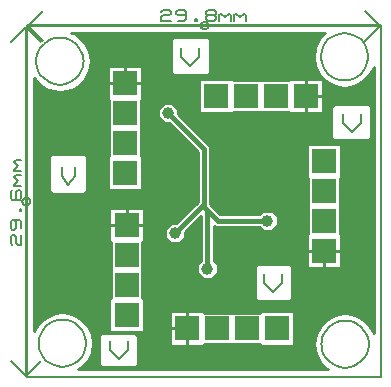
<source format=gbr>
G04 PROTEUS GERBER X2 FILE*
%TF.GenerationSoftware,Labcenter,Proteus,8.12-SP2-Build31155*%
%TF.CreationDate,2022-11-22T16:10:00+00:00*%
%TF.FileFunction,Copper,L1,Top*%
%TF.FilePolarity,Positive*%
%TF.Part,Single*%
%TF.SameCoordinates,{c16a8dad-42be-4f3a-a876-1634d5cf0ecb}*%
%FSLAX45Y45*%
%MOMM*%
G01*
%TA.AperFunction,Conductor*%
%ADD10C,0.400000*%
%TA.AperFunction,ViaPad*%
%ADD11C,1.000000*%
%TA.AperFunction,Conductor*%
%ADD12C,0.254000*%
%TA.AperFunction,ComponentPad*%
%ADD13R,2.032000X2.032000*%
%TA.AperFunction,Profile*%
%ADD14C,0.203200*%
%TA.AperFunction,NonMaterial*%
%ADD15C,0.203200*%
%TA.AperFunction,NonConductor*%
%ADD16C,0.203200*%
%TD.AperFunction*%
G36*
X-1653838Y+2034908D02*
X-1698980Y+1985422D01*
X-1732857Y+1918325D01*
X-1746346Y+1835660D01*
X-1732857Y+1752995D01*
X-1698980Y+1685898D01*
X-1653838Y+1636412D01*
X-1601011Y+1601629D01*
X-1543584Y+1581040D01*
X-1484580Y+1574305D01*
X-1425576Y+1581040D01*
X-1368149Y+1601629D01*
X-1315322Y+1636412D01*
X-1270180Y+1685898D01*
X-1238360Y+1748921D01*
X-1238360Y-501916D01*
X-1265260Y-448638D01*
X-1310402Y-399152D01*
X-1363229Y-364369D01*
X-1420656Y-343780D01*
X-1479660Y-337045D01*
X-1538664Y-343780D01*
X-1596091Y-364369D01*
X-1648918Y-399152D01*
X-1694060Y-448638D01*
X-1727937Y-515735D01*
X-1741426Y-598400D01*
X-1727937Y-681065D01*
X-1694060Y-748162D01*
X-1648918Y-797648D01*
X-1628214Y-811280D01*
X-3736999Y-811280D01*
X-3704722Y-790028D01*
X-3659580Y-740542D01*
X-3625703Y-673445D01*
X-3612214Y-590780D01*
X-3625703Y-508115D01*
X-3659580Y-441018D01*
X-3704722Y-391532D01*
X-3757549Y-356749D01*
X-3814976Y-336160D01*
X-3873980Y-329425D01*
X-3932984Y-336160D01*
X-3990411Y-356749D01*
X-4043238Y-391532D01*
X-4088380Y-441018D01*
X-4112260Y-488315D01*
X-4112260Y+1656443D01*
X-4108380Y+1648758D01*
X-4063238Y+1599272D01*
X-4010411Y+1564489D01*
X-3952984Y+1543900D01*
X-3893980Y+1537165D01*
X-3834976Y+1543900D01*
X-3777549Y+1564489D01*
X-3724722Y+1599272D01*
X-3679580Y+1648758D01*
X-3645703Y+1715855D01*
X-3632214Y+1798520D01*
X-3645703Y+1881185D01*
X-3679580Y+1948282D01*
X-3724722Y+1997768D01*
X-3777549Y+2032551D01*
X-3796485Y+2039340D01*
X-1647107Y+2039340D01*
X-1653838Y+2034908D01*
G37*
%LPC*%
G36*
X-3668801Y+993676D02*
X-3668801Y+696324D01*
X-3688145Y+676980D01*
X-3963676Y+676980D01*
X-3983020Y+696324D01*
X-3983020Y+993676D01*
X-3963676Y+1013020D01*
X-3688145Y+1013020D01*
X-3668801Y+993676D01*
G37*
G36*
X-3236980Y-526324D02*
X-3236980Y-773676D01*
X-3256324Y-793020D01*
X-3543676Y-793020D01*
X-3563020Y-773676D01*
X-3563020Y-526324D01*
X-3543676Y-506980D01*
X-3256324Y-506980D01*
X-3236980Y-526324D01*
G37*
G36*
X-1926980Y+63676D02*
X-1926980Y-213676D01*
X-1946324Y-233020D01*
X-2223676Y-233020D01*
X-2243020Y-213676D01*
X-2243020Y+63676D01*
X-2223676Y+83020D01*
X-1946324Y+83020D01*
X-1926980Y+63676D01*
G37*
G36*
X-1260000Y+1413676D02*
X-1260000Y+1146324D01*
X-1279344Y+1126980D01*
X-1576696Y+1126980D01*
X-1596040Y+1146324D01*
X-1596040Y+1413676D01*
X-1576696Y+1433020D01*
X-1279344Y+1433020D01*
X-1260000Y+1413676D01*
G37*
G36*
X-2626980Y+1983676D02*
X-2626980Y+1696324D01*
X-2646324Y+1676980D01*
X-2933676Y+1676980D01*
X-2953020Y+1696324D01*
X-2953020Y+1983676D01*
X-2933676Y+2003020D01*
X-2646324Y+2003020D01*
X-2626980Y+1983676D01*
G37*
G36*
X-3195681Y+1466721D02*
X-3205841Y+1466721D01*
X-3205841Y+994279D01*
X-3195681Y+994279D01*
X-3195681Y+704721D01*
X-3485239Y+704721D01*
X-3485239Y+994279D01*
X-3475079Y+994279D01*
X-3475079Y+1466721D01*
X-3485239Y+1466721D01*
X-3485239Y+1756279D01*
X-3195681Y+1756279D01*
X-3195681Y+1466721D01*
G37*
G36*
X-1663221Y+1355221D02*
X-1952779Y+1355221D01*
X-1952779Y+1365381D01*
X-2425221Y+1365381D01*
X-2425221Y+1355221D01*
X-2714779Y+1355221D01*
X-2714779Y+1644779D01*
X-2425221Y+1644779D01*
X-2425221Y+1634619D01*
X-1952779Y+1634619D01*
X-1952779Y+1644779D01*
X-1663221Y+1644779D01*
X-1663221Y+1355221D01*
G37*
G36*
X-1515221Y+809221D02*
X-1525381Y+809221D01*
X-1525381Y+336779D01*
X-1515221Y+336779D01*
X-1515221Y+47221D01*
X-1804779Y+47221D01*
X-1804779Y+336779D01*
X-1794619Y+336779D01*
X-1794619Y+809221D01*
X-1804779Y+809221D01*
X-1804779Y+1098779D01*
X-1515221Y+1098779D01*
X-1515221Y+809221D01*
G37*
G36*
X-1908000Y-609398D02*
X-2197558Y-609398D01*
X-2197558Y-599238D01*
X-2670000Y-599238D01*
X-2670000Y-609398D01*
X-2959558Y-609398D01*
X-2959558Y-319840D01*
X-2670000Y-319840D01*
X-2670000Y-330000D01*
X-2197558Y-330000D01*
X-2197558Y-319840D01*
X-1908000Y-319840D01*
X-1908000Y-609398D01*
G37*
G36*
X-3185221Y+267221D02*
X-3195381Y+267221D01*
X-3195381Y-205221D01*
X-3185221Y-205221D01*
X-3185221Y-494779D01*
X-3474779Y-494779D01*
X-3474779Y-205221D01*
X-3464619Y-205221D01*
X-3464619Y+267221D01*
X-3474779Y+267221D01*
X-3474779Y+556779D01*
X-3185221Y+556779D01*
X-3185221Y+267221D01*
G37*
G36*
X-2894441Y+1395440D02*
X-2894441Y+1349421D01*
X-2621770Y+1076750D01*
X-2621770Y+586442D01*
X-2536540Y+501212D01*
X-2204679Y+501212D01*
X-2172139Y+533752D01*
X-2101259Y+533752D01*
X-2051140Y+483633D01*
X-2051140Y+412753D01*
X-2101259Y+362634D01*
X-2172139Y+362634D01*
X-2204679Y+395174D01*
X-2580462Y+395174D01*
X-2591680Y+406392D01*
X-2591680Y+109161D01*
X-2559140Y+76621D01*
X-2559140Y+5741D01*
X-2609259Y-44378D01*
X-2680139Y-44378D01*
X-2730258Y+5741D01*
X-2730258Y+76621D01*
X-2697718Y+109161D01*
X-2697718Y+487302D01*
X-2834441Y+350579D01*
X-2834441Y+304560D01*
X-2884560Y+254441D01*
X-2955440Y+254441D01*
X-3005559Y+304560D01*
X-3005559Y+375440D01*
X-2955440Y+425559D01*
X-2909421Y+425559D01*
X-2727808Y+607172D01*
X-2727808Y+1032828D01*
X-2969421Y+1274441D01*
X-3015440Y+1274441D01*
X-3065559Y+1324560D01*
X-3065559Y+1395440D01*
X-3015440Y+1445559D01*
X-2944560Y+1445559D01*
X-2894441Y+1395440D01*
G37*
G36*
X-3795206Y+1385300D02*
X-3795206Y+1420674D01*
X-3770193Y+1445687D01*
X-3734819Y+1445687D01*
X-3709806Y+1420674D01*
X-3709806Y+1385300D01*
X-3734819Y+1360287D01*
X-3770193Y+1360287D01*
X-3795206Y+1385300D01*
G37*
%LPD*%
D10*
X-2980000Y+1360000D02*
X-2674789Y+1054789D01*
X-2674789Y+630000D02*
X-2674789Y+585211D01*
X-2674789Y+1054789D02*
X-2674789Y+630000D01*
X-2674789Y+585211D02*
X-2920000Y+340000D01*
X-2644699Y+41181D02*
X-2644699Y+534391D01*
X-2136699Y+448193D02*
X-2558501Y+448193D01*
X-2644699Y+534391D01*
X-2674789Y+564481D01*
X-2674789Y+585211D01*
X-3752506Y+1402987D02*
X-3752506Y+1257494D01*
X-3760000Y+1250000D01*
D11*
X-2980000Y+1360000D03*
X-2920000Y+340000D03*
X-2644699Y+41181D03*
X-2136699Y+448193D03*
X-3752506Y+1402987D03*
D12*
X-1653838Y+2034908D02*
X-1698980Y+1985422D01*
X-1732857Y+1918325D01*
X-1746346Y+1835660D01*
X-1732857Y+1752995D01*
X-1698980Y+1685898D01*
X-1653838Y+1636412D01*
X-1601011Y+1601629D01*
X-1543584Y+1581040D01*
X-1484580Y+1574305D01*
X-1425576Y+1581040D01*
X-1368149Y+1601629D01*
X-1315322Y+1636412D01*
X-1270180Y+1685898D01*
X-1238360Y+1748921D01*
X-1238360Y-501916D01*
X-1265260Y-448638D01*
X-1310402Y-399152D01*
X-1363229Y-364369D01*
X-1420656Y-343780D01*
X-1479660Y-337045D01*
X-1538664Y-343780D01*
X-1596091Y-364369D01*
X-1648918Y-399152D01*
X-1694060Y-448638D01*
X-1727937Y-515735D01*
X-1741426Y-598400D01*
X-1727937Y-681065D01*
X-1694060Y-748162D01*
X-1648918Y-797648D01*
X-1628214Y-811280D01*
X-3736999Y-811280D01*
X-3704722Y-790028D01*
X-3659580Y-740542D01*
X-3625703Y-673445D01*
X-3612214Y-590780D01*
X-3625703Y-508115D01*
X-3659580Y-441018D01*
X-3704722Y-391532D01*
X-3757549Y-356749D01*
X-3814976Y-336160D01*
X-3873980Y-329425D01*
X-3932984Y-336160D01*
X-3990411Y-356749D01*
X-4043238Y-391532D01*
X-4088380Y-441018D01*
X-4112260Y-488315D01*
X-4112260Y+1656443D01*
X-4108380Y+1648758D01*
X-4063238Y+1599272D01*
X-4010411Y+1564489D01*
X-3952984Y+1543900D01*
X-3893980Y+1537165D01*
X-3834976Y+1543900D01*
X-3777549Y+1564489D01*
X-3724722Y+1599272D01*
X-3679580Y+1648758D01*
X-3645703Y+1715855D01*
X-3632214Y+1798520D01*
X-3645703Y+1881185D01*
X-3679580Y+1948282D01*
X-3724722Y+1997768D01*
X-3777549Y+2032551D01*
X-3796485Y+2039340D01*
X-1647107Y+2039340D01*
X-1653838Y+2034908D01*
X-3668801Y+993676D02*
X-3668801Y+696324D01*
X-3688145Y+676980D01*
X-3963676Y+676980D01*
X-3983020Y+696324D01*
X-3983020Y+993676D01*
X-3963676Y+1013020D01*
X-3688145Y+1013020D01*
X-3668801Y+993676D01*
X-3236980Y-526324D02*
X-3236980Y-773676D01*
X-3256324Y-793020D01*
X-3543676Y-793020D01*
X-3563020Y-773676D01*
X-3563020Y-526324D01*
X-3543676Y-506980D01*
X-3256324Y-506980D01*
X-3236980Y-526324D01*
X-1926980Y+63676D02*
X-1926980Y-213676D01*
X-1946324Y-233020D01*
X-2223676Y-233020D01*
X-2243020Y-213676D01*
X-2243020Y+63676D01*
X-2223676Y+83020D01*
X-1946324Y+83020D01*
X-1926980Y+63676D01*
X-1260000Y+1413676D02*
X-1260000Y+1146324D01*
X-1279344Y+1126980D01*
X-1576696Y+1126980D01*
X-1596040Y+1146324D01*
X-1596040Y+1413676D01*
X-1576696Y+1433020D01*
X-1279344Y+1433020D01*
X-1260000Y+1413676D01*
X-2626980Y+1983676D02*
X-2626980Y+1696324D01*
X-2646324Y+1676980D01*
X-2933676Y+1676980D01*
X-2953020Y+1696324D01*
X-2953020Y+1983676D01*
X-2933676Y+2003020D01*
X-2646324Y+2003020D01*
X-2626980Y+1983676D01*
X-3195681Y+1466721D02*
X-3205841Y+1466721D01*
X-3205841Y+994279D01*
X-3195681Y+994279D01*
X-3195681Y+704721D01*
X-3485239Y+704721D01*
X-3485239Y+994279D01*
X-3475079Y+994279D01*
X-3475079Y+1466721D01*
X-3485239Y+1466721D01*
X-3485239Y+1756279D01*
X-3195681Y+1756279D01*
X-3195681Y+1466721D01*
X-1663221Y+1355221D02*
X-1952779Y+1355221D01*
X-1952779Y+1365381D01*
X-2425221Y+1365381D01*
X-2425221Y+1355221D01*
X-2714779Y+1355221D01*
X-2714779Y+1644779D01*
X-2425221Y+1644779D01*
X-2425221Y+1634619D01*
X-1952779Y+1634619D01*
X-1952779Y+1644779D01*
X-1663221Y+1644779D01*
X-1663221Y+1355221D01*
X-1515221Y+809221D02*
X-1525381Y+809221D01*
X-1525381Y+336779D01*
X-1515221Y+336779D01*
X-1515221Y+47221D01*
X-1804779Y+47221D01*
X-1804779Y+336779D01*
X-1794619Y+336779D01*
X-1794619Y+809221D01*
X-1804779Y+809221D01*
X-1804779Y+1098779D01*
X-1515221Y+1098779D01*
X-1515221Y+809221D01*
X-1908000Y-609398D02*
X-2197558Y-609398D01*
X-2197558Y-599238D01*
X-2670000Y-599238D01*
X-2670000Y-609398D01*
X-2959558Y-609398D01*
X-2959558Y-319840D01*
X-2670000Y-319840D01*
X-2670000Y-330000D01*
X-2197558Y-330000D01*
X-2197558Y-319840D01*
X-1908000Y-319840D01*
X-1908000Y-609398D01*
X-3185221Y+267221D02*
X-3195381Y+267221D01*
X-3195381Y-205221D01*
X-3185221Y-205221D01*
X-3185221Y-494779D01*
X-3474779Y-494779D01*
X-3474779Y-205221D01*
X-3464619Y-205221D01*
X-3464619Y+267221D01*
X-3474779Y+267221D01*
X-3474779Y+556779D01*
X-3185221Y+556779D01*
X-3185221Y+267221D01*
X-2894441Y+1395440D02*
X-2894441Y+1349421D01*
X-2621770Y+1076750D01*
X-2621770Y+586442D01*
X-2536540Y+501212D01*
X-2204679Y+501212D01*
X-2172139Y+533752D01*
X-2101259Y+533752D01*
X-2051140Y+483633D01*
X-2051140Y+412753D01*
X-2101259Y+362634D01*
X-2172139Y+362634D01*
X-2204679Y+395174D01*
X-2580462Y+395174D01*
X-2591680Y+406392D01*
X-2591680Y+109161D01*
X-2559140Y+76621D01*
X-2559140Y+5741D01*
X-2609259Y-44378D01*
X-2680139Y-44378D01*
X-2730258Y+5741D01*
X-2730258Y+76621D01*
X-2697718Y+109161D01*
X-2697718Y+487302D01*
X-2834441Y+350579D01*
X-2834441Y+304560D01*
X-2884560Y+254441D01*
X-2955440Y+254441D01*
X-3005559Y+304560D01*
X-3005559Y+375440D01*
X-2955440Y+425559D01*
X-2909421Y+425559D01*
X-2727808Y+607172D01*
X-2727808Y+1032828D01*
X-2969421Y+1274441D01*
X-3015440Y+1274441D01*
X-3065559Y+1324560D01*
X-3065559Y+1395440D01*
X-3015440Y+1445559D01*
X-2944560Y+1445559D01*
X-2894441Y+1395440D01*
X-3795206Y+1385300D02*
X-3795206Y+1420674D01*
X-3770193Y+1445687D01*
X-3734819Y+1445687D01*
X-3709806Y+1420674D01*
X-3709806Y+1385300D01*
X-3734819Y+1360287D01*
X-3770193Y+1360287D01*
X-3795206Y+1385300D01*
X-3340460Y+1756279D02*
X-3340460Y+1611500D01*
X-3195681Y+1611500D02*
X-3340460Y+1611500D01*
X-3485239Y+1611500D02*
X-3340460Y+1611500D01*
X-1663221Y+1500000D02*
X-1808000Y+1500000D01*
X-1808000Y+1355221D02*
X-1808000Y+1500000D01*
X-1808000Y+1644779D02*
X-1808000Y+1500000D01*
X-1660000Y+47221D02*
X-1660000Y+192000D01*
X-1804779Y+192000D02*
X-1660000Y+192000D01*
X-1515221Y+192000D02*
X-1660000Y+192000D01*
X-2959558Y-464619D02*
X-2814779Y-464619D01*
X-2814779Y-319840D02*
X-2814779Y-464619D01*
X-2814779Y-609398D02*
X-2814779Y-464619D01*
X-3330000Y+556779D02*
X-3330000Y+412000D01*
X-3185221Y+412000D02*
X-3330000Y+412000D01*
X-3474779Y+412000D02*
X-3330000Y+412000D01*
D13*
X-3340460Y+849500D03*
X-3340460Y+1103500D03*
X-3340460Y+1357500D03*
X-3340460Y+1611500D03*
X-2570000Y+1500000D03*
X-2316000Y+1500000D03*
X-2062000Y+1500000D03*
X-1808000Y+1500000D03*
X-1660000Y+954000D03*
X-1660000Y+700000D03*
X-1660000Y+446000D03*
X-1660000Y+192000D03*
X-2052779Y-464619D03*
X-2306779Y-464619D03*
X-2560779Y-464619D03*
X-2814779Y-464619D03*
X-3330000Y-350000D03*
X-3330000Y-96000D03*
X-3330000Y+158000D03*
X-3330000Y+412000D03*
D14*
X-4173220Y-872240D02*
X-1177400Y-872240D01*
X-1177400Y+2100300D01*
X-4173220Y+2100300D01*
X-4173220Y-872240D01*
X-3693980Y+1798520D02*
X-3694640Y+1814759D01*
X-3700005Y+1847239D01*
X-3711205Y+1879719D01*
X-3729429Y+1912199D01*
X-3757296Y+1944525D01*
X-3789776Y+1969229D01*
X-3822256Y+1985217D01*
X-3854736Y+1994632D01*
X-3887216Y+1998406D01*
X-3893980Y+1998520D01*
X-4093980Y+1798520D02*
X-4093320Y+1814759D01*
X-4087955Y+1847239D01*
X-4076755Y+1879719D01*
X-4058531Y+1912199D01*
X-4030664Y+1944525D01*
X-3998184Y+1969229D01*
X-3965704Y+1985217D01*
X-3933224Y+1994632D01*
X-3900744Y+1998406D01*
X-3893980Y+1998520D01*
X-4093980Y+1798520D02*
X-4093320Y+1782281D01*
X-4087955Y+1749801D01*
X-4076755Y+1717321D01*
X-4058531Y+1684841D01*
X-4030664Y+1652515D01*
X-3998184Y+1627811D01*
X-3965704Y+1611823D01*
X-3933224Y+1602408D01*
X-3900744Y+1598634D01*
X-3893980Y+1598520D01*
X-3693980Y+1798520D02*
X-3694640Y+1782281D01*
X-3700005Y+1749801D01*
X-3711205Y+1717321D01*
X-3729429Y+1684841D01*
X-3757296Y+1652515D01*
X-3789776Y+1627811D01*
X-3822256Y+1611823D01*
X-3854736Y+1602408D01*
X-3887216Y+1598634D01*
X-3893980Y+1598520D01*
X-1284580Y+1835660D02*
X-1285240Y+1851899D01*
X-1290605Y+1884379D01*
X-1301805Y+1916859D01*
X-1320029Y+1949339D01*
X-1347896Y+1981665D01*
X-1380376Y+2006369D01*
X-1412856Y+2022357D01*
X-1445336Y+2031772D01*
X-1477816Y+2035546D01*
X-1484580Y+2035660D01*
X-1684580Y+1835660D02*
X-1683920Y+1851899D01*
X-1678555Y+1884379D01*
X-1667355Y+1916859D01*
X-1649131Y+1949339D01*
X-1621264Y+1981665D01*
X-1588784Y+2006369D01*
X-1556304Y+2022357D01*
X-1523824Y+2031772D01*
X-1491344Y+2035546D01*
X-1484580Y+2035660D01*
X-1684580Y+1835660D02*
X-1683920Y+1819421D01*
X-1678555Y+1786941D01*
X-1667355Y+1754461D01*
X-1649131Y+1721981D01*
X-1621264Y+1689655D01*
X-1588784Y+1664951D01*
X-1556304Y+1648963D01*
X-1523824Y+1639548D01*
X-1491344Y+1635774D01*
X-1484580Y+1635660D01*
X-1284580Y+1835660D02*
X-1285240Y+1819421D01*
X-1290605Y+1786941D01*
X-1301805Y+1754461D01*
X-1320029Y+1721981D01*
X-1347896Y+1689655D01*
X-1380376Y+1664951D01*
X-1412856Y+1648963D01*
X-1445336Y+1639548D01*
X-1477816Y+1635774D01*
X-1484580Y+1635660D01*
X-3673980Y-590780D02*
X-3674640Y-574541D01*
X-3680005Y-542061D01*
X-3691205Y-509581D01*
X-3709429Y-477101D01*
X-3737296Y-444775D01*
X-3769776Y-420071D01*
X-3802256Y-404083D01*
X-3834736Y-394668D01*
X-3867216Y-390894D01*
X-3873980Y-390780D01*
X-4073980Y-590780D02*
X-4073320Y-574541D01*
X-4067955Y-542061D01*
X-4056755Y-509581D01*
X-4038531Y-477101D01*
X-4010664Y-444775D01*
X-3978184Y-420071D01*
X-3945704Y-404083D01*
X-3913224Y-394668D01*
X-3880744Y-390894D01*
X-3873980Y-390780D01*
X-4073980Y-590780D02*
X-4073320Y-607019D01*
X-4067955Y-639499D01*
X-4056755Y-671979D01*
X-4038531Y-704459D01*
X-4010664Y-736785D01*
X-3978184Y-761489D01*
X-3945704Y-777477D01*
X-3913224Y-786892D01*
X-3880744Y-790666D01*
X-3873980Y-790780D01*
X-3673980Y-590780D02*
X-3674640Y-607019D01*
X-3680005Y-639499D01*
X-3691205Y-671979D01*
X-3709429Y-704459D01*
X-3737296Y-736785D01*
X-3769776Y-761489D01*
X-3802256Y-777477D01*
X-3834736Y-786892D01*
X-3867216Y-790666D01*
X-3873980Y-790780D01*
X-1279660Y-598400D02*
X-1280320Y-582161D01*
X-1285685Y-549681D01*
X-1296885Y-517201D01*
X-1315109Y-484721D01*
X-1342976Y-452395D01*
X-1375456Y-427691D01*
X-1407936Y-411703D01*
X-1440416Y-402288D01*
X-1472896Y-398514D01*
X-1479660Y-398400D01*
X-1679660Y-598400D02*
X-1679000Y-582161D01*
X-1673635Y-549681D01*
X-1662435Y-517201D01*
X-1644211Y-484721D01*
X-1616344Y-452395D01*
X-1583864Y-427691D01*
X-1551384Y-411703D01*
X-1518904Y-402288D01*
X-1486424Y-398514D01*
X-1479660Y-398400D01*
X-1679660Y-598400D02*
X-1679000Y-614639D01*
X-1673635Y-647119D01*
X-1662435Y-679599D01*
X-1644211Y-712079D01*
X-1616344Y-744405D01*
X-1583864Y-769109D01*
X-1551384Y-785097D01*
X-1518904Y-794512D01*
X-1486424Y-798286D01*
X-1479660Y-798400D01*
X-1279660Y-598400D02*
X-1280320Y-614639D01*
X-1285685Y-647119D01*
X-1296885Y-679599D01*
X-1315109Y-712079D01*
X-1342976Y-744405D01*
X-1375456Y-769109D01*
X-1407936Y-785097D01*
X-1440416Y-794512D01*
X-1472896Y-798286D01*
X-1479660Y-798400D01*
D15*
X-4180000Y-870000D02*
X-4180000Y+2090000D01*
X-4180000Y-870000D02*
X-4053000Y-743000D01*
X-4180000Y-870000D02*
X-4307000Y-743000D01*
X-4180000Y+2090000D02*
X-4307000Y+1963000D01*
X-4180000Y+2090000D02*
X-4053000Y+1963000D01*
X-4148250Y+610000D02*
X-4148359Y+612634D01*
X-4149249Y+617903D01*
X-4151111Y+623172D01*
X-4154154Y+628441D01*
X-4158809Y+633643D01*
X-4164078Y+637469D01*
X-4169347Y+639909D01*
X-4174616Y+641290D01*
X-4179885Y+641750D01*
X-4180000Y+641750D01*
X-4211750Y+610000D02*
X-4211641Y+612634D01*
X-4210751Y+617903D01*
X-4208889Y+623172D01*
X-4205846Y+628441D01*
X-4201191Y+633643D01*
X-4195922Y+637469D01*
X-4190653Y+639909D01*
X-4185384Y+641290D01*
X-4180115Y+641750D01*
X-4180000Y+641750D01*
X-4211750Y+610000D02*
X-4211641Y+607366D01*
X-4210751Y+602097D01*
X-4208889Y+596828D01*
X-4205846Y+591559D01*
X-4201191Y+586357D01*
X-4195922Y+582531D01*
X-4190653Y+580091D01*
X-4185384Y+578710D01*
X-4180115Y+578250D01*
X-4180000Y+578250D01*
X-4148250Y+610000D02*
X-4148359Y+607366D01*
X-4149249Y+602097D01*
X-4151111Y+596828D01*
X-4154154Y+591559D01*
X-4158809Y+586357D01*
X-4164078Y+582531D01*
X-4169347Y+580091D01*
X-4174616Y+578710D01*
X-4179885Y+578250D01*
X-4180000Y+578250D01*
X-4296840Y+244875D02*
X-4312080Y+260750D01*
X-4312080Y+308375D01*
X-4296840Y+324250D01*
X-4281600Y+324250D01*
X-4266360Y+308375D01*
X-4266360Y+260750D01*
X-4251120Y+244875D01*
X-4220640Y+244875D01*
X-4220640Y+324250D01*
X-4281600Y+451250D02*
X-4266360Y+435375D01*
X-4266360Y+387750D01*
X-4281600Y+371875D01*
X-4296840Y+371875D01*
X-4312080Y+387750D01*
X-4312080Y+435375D01*
X-4296840Y+451250D01*
X-4235880Y+451250D01*
X-4220640Y+435375D01*
X-4220640Y+387750D01*
X-4235880Y+530625D02*
X-4235880Y+546500D01*
X-4220640Y+546500D01*
X-4220640Y+530625D01*
X-4235880Y+530625D01*
X-4296840Y+705250D02*
X-4312080Y+689375D01*
X-4312080Y+641750D01*
X-4296840Y+625875D01*
X-4235880Y+625875D01*
X-4220640Y+641750D01*
X-4220640Y+689375D01*
X-4235880Y+705250D01*
X-4251120Y+705250D01*
X-4266360Y+689375D01*
X-4266360Y+625875D01*
X-4220640Y+737000D02*
X-4281600Y+737000D01*
X-4266360Y+737000D02*
X-4281600Y+752875D01*
X-4251120Y+784625D01*
X-4281600Y+816375D01*
X-4266360Y+832250D01*
X-4220640Y+832250D01*
X-4220640Y+864000D02*
X-4281600Y+864000D01*
X-4266360Y+864000D02*
X-4281600Y+879875D01*
X-4251120Y+911625D01*
X-4281600Y+943375D01*
X-4266360Y+959250D01*
X-4220640Y+959250D01*
X-1180000Y+2100000D02*
X-4160000Y+2100000D01*
X-1180000Y+2100000D02*
X-1307000Y+2227000D01*
X-1180000Y+2100000D02*
X-1307000Y+1973000D01*
X-4160000Y+2100000D02*
X-4033000Y+1973000D01*
X-4160000Y+2100000D02*
X-4033000Y+2227000D01*
X-2638250Y+2100000D02*
X-2638359Y+2102634D01*
X-2639249Y+2107903D01*
X-2641111Y+2113172D01*
X-2644154Y+2118441D01*
X-2648809Y+2123643D01*
X-2654078Y+2127469D01*
X-2659347Y+2129909D01*
X-2664616Y+2131290D01*
X-2669885Y+2131750D01*
X-2670000Y+2131750D01*
X-2701750Y+2100000D02*
X-2701641Y+2102634D01*
X-2700751Y+2107903D01*
X-2698889Y+2113172D01*
X-2695846Y+2118441D01*
X-2691191Y+2123643D01*
X-2685922Y+2127469D01*
X-2680653Y+2129909D01*
X-2675384Y+2131290D01*
X-2670115Y+2131750D01*
X-2670000Y+2131750D01*
X-2701750Y+2100000D02*
X-2701641Y+2097366D01*
X-2700751Y+2092097D01*
X-2698889Y+2086828D01*
X-2695846Y+2081559D01*
X-2691191Y+2076357D01*
X-2685922Y+2072531D01*
X-2680653Y+2070091D01*
X-2675384Y+2068710D01*
X-2670115Y+2068250D01*
X-2670000Y+2068250D01*
X-2638250Y+2100000D02*
X-2638359Y+2097366D01*
X-2639249Y+2092097D01*
X-2641111Y+2086828D01*
X-2644154Y+2081559D01*
X-2648809Y+2076357D01*
X-2654078Y+2072531D01*
X-2659347Y+2070091D01*
X-2664616Y+2068710D01*
X-2669885Y+2068250D01*
X-2670000Y+2068250D01*
X-3035125Y+2216840D02*
X-3019250Y+2232080D01*
X-2971625Y+2232080D01*
X-2955750Y+2216840D01*
X-2955750Y+2201600D01*
X-2971625Y+2186360D01*
X-3019250Y+2186360D01*
X-3035125Y+2171120D01*
X-3035125Y+2140640D01*
X-2955750Y+2140640D01*
X-2828750Y+2201600D02*
X-2844625Y+2186360D01*
X-2892250Y+2186360D01*
X-2908125Y+2201600D01*
X-2908125Y+2216840D01*
X-2892250Y+2232080D01*
X-2844625Y+2232080D01*
X-2828750Y+2216840D01*
X-2828750Y+2155880D01*
X-2844625Y+2140640D01*
X-2892250Y+2140640D01*
X-2749375Y+2155880D02*
X-2733500Y+2155880D01*
X-2733500Y+2140640D01*
X-2749375Y+2140640D01*
X-2749375Y+2155880D01*
X-2638250Y+2186360D02*
X-2654125Y+2201600D01*
X-2654125Y+2216840D01*
X-2638250Y+2232080D01*
X-2590625Y+2232080D01*
X-2574750Y+2216840D01*
X-2574750Y+2201600D01*
X-2590625Y+2186360D01*
X-2638250Y+2186360D01*
X-2654125Y+2171120D01*
X-2654125Y+2155880D01*
X-2638250Y+2140640D01*
X-2590625Y+2140640D01*
X-2574750Y+2155880D01*
X-2574750Y+2171120D01*
X-2590625Y+2186360D01*
X-2543000Y+2140640D02*
X-2543000Y+2201600D01*
X-2543000Y+2186360D02*
X-2527125Y+2201600D01*
X-2495375Y+2171120D01*
X-2463625Y+2201600D01*
X-2447750Y+2186360D01*
X-2447750Y+2140640D01*
X-2416000Y+2140640D02*
X-2416000Y+2201600D01*
X-2416000Y+2186360D02*
X-2400125Y+2201600D01*
X-2368375Y+2171120D01*
X-2336625Y+2201600D01*
X-2320750Y+2186360D01*
X-2320750Y+2140640D01*
D16*
X-3880000Y+899200D02*
X-3880000Y+823000D01*
X-3822850Y+746800D01*
X-3765700Y+823000D01*
X-3765700Y+899200D01*
X-3470000Y-570800D02*
X-3470000Y-647000D01*
X-3393800Y-723200D01*
X-3317600Y-647000D01*
X-3317600Y-570800D01*
X-2164422Y-6378D02*
X-2164422Y-82578D01*
X-2088222Y-158778D01*
X-2012022Y-82578D01*
X-2012022Y-6378D01*
X-1500000Y+1349200D02*
X-1500000Y+1273000D01*
X-1423800Y+1196800D01*
X-1347600Y+1273000D01*
X-1347600Y+1349200D01*
X-2870000Y+1909200D02*
X-2870000Y+1833000D01*
X-2793800Y+1756800D01*
X-2717600Y+1833000D01*
X-2717600Y+1909200D01*
M02*

</source>
